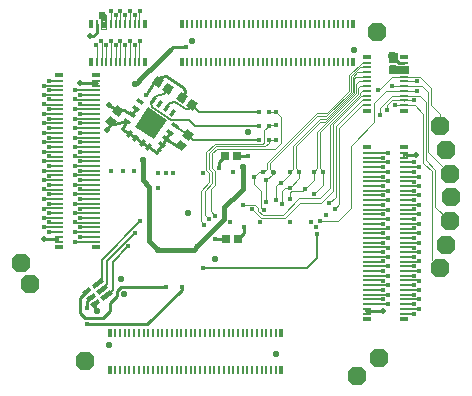
<source format=gtl>
G75*
%MOIN*%
%OFA0B0*%
%FSLAX24Y24*%
%IPPOS*%
%LPD*%
%AMOC8*
5,1,8,0,0,1.08239X$1,22.5*
%
%ADD10R,0.0270X0.0300*%
%ADD11OC8,0.0630*%
%ADD12R,0.0150X0.0300*%
%ADD13R,0.0150X0.0400*%
%ADD14R,0.0295X0.0091*%
%ADD15R,0.0295X0.0138*%
%ADD16R,0.0091X0.0295*%
%ADD17R,0.0138X0.0295*%
%ADD18R,0.0170X0.0170*%
%ADD19R,0.0768X0.0768*%
%ADD20R,0.0240X0.0120*%
%ADD21C,0.0220*%
%ADD22C,0.0160*%
%ADD23C,0.0100*%
%ADD24C,0.0200*%
%ADD25C,0.0300*%
%ADD26C,0.0040*%
%ADD27C,0.0030*%
%ADD28C,0.0160*%
%ADD29C,0.0020*%
%ADD30C,0.0060*%
D10*
X010960Y009770D03*
X011380Y009770D03*
X011340Y012530D03*
X010920Y012530D03*
G36*
X009901Y013252D02*
X009750Y013029D01*
X009503Y013196D01*
X009654Y013419D01*
X009901Y013252D01*
G37*
G36*
X009666Y012904D02*
X009515Y012681D01*
X009268Y012848D01*
X009419Y013071D01*
X009666Y012904D01*
G37*
G36*
X009866Y014031D02*
X009643Y014182D01*
X009810Y014429D01*
X010033Y014278D01*
X009866Y014031D01*
G37*
G36*
X009518Y014266D02*
X009295Y014417D01*
X009462Y014664D01*
X009685Y014513D01*
X009518Y014266D01*
G37*
G36*
X009070Y014568D02*
X008847Y014719D01*
X009014Y014966D01*
X009237Y014815D01*
X009070Y014568D01*
G37*
G36*
X008722Y014803D02*
X008499Y014954D01*
X008666Y015201D01*
X008889Y015050D01*
X008722Y014803D01*
G37*
G36*
X007168Y013996D02*
X007319Y014219D01*
X007566Y014052D01*
X007415Y013829D01*
X007168Y013996D01*
G37*
G36*
X006934Y013648D02*
X007085Y013871D01*
X007332Y013704D01*
X007181Y013481D01*
X006934Y013648D01*
G37*
D11*
X006260Y005680D03*
X004450Y008250D03*
X004150Y008960D03*
X015350Y005180D03*
X016070Y005790D03*
X018090Y008790D03*
X018290Y009570D03*
X018430Y010350D03*
X018470Y011150D03*
X018430Y011930D03*
X018310Y012710D03*
X018090Y013530D03*
X015990Y016650D03*
D12*
G36*
X006393Y007667D02*
X006307Y007790D01*
X006551Y007961D01*
X006637Y007838D01*
X006393Y007667D01*
G37*
G36*
X006536Y007462D02*
X006450Y007585D01*
X006694Y007756D01*
X006780Y007633D01*
X006536Y007462D01*
G37*
G36*
X006249Y007871D02*
X006163Y007994D01*
X006407Y008165D01*
X006493Y008042D01*
X006249Y007871D01*
G37*
D13*
G36*
X006577Y008100D02*
X006491Y008223D01*
X006817Y008452D01*
X006903Y008329D01*
X006577Y008100D01*
G37*
G36*
X006720Y007896D02*
X006634Y008019D01*
X006960Y008248D01*
X007046Y008125D01*
X006720Y007896D01*
G37*
G36*
X006864Y007691D02*
X006778Y007814D01*
X007104Y008043D01*
X007190Y007920D01*
X006864Y007691D01*
G37*
D14*
X006634Y009673D03*
X006634Y009830D03*
X006634Y009988D03*
X006634Y010145D03*
X006634Y010303D03*
X006634Y010460D03*
X006634Y010618D03*
X006634Y010775D03*
X006634Y010933D03*
X006634Y011090D03*
X006634Y011248D03*
X006634Y011405D03*
X006634Y011563D03*
X006634Y011720D03*
X006634Y011878D03*
X006634Y012035D03*
X006634Y012193D03*
X006634Y012350D03*
X006634Y012507D03*
X006634Y012665D03*
X006634Y012822D03*
X006634Y012980D03*
X006634Y013137D03*
X006634Y013295D03*
X006634Y013452D03*
X006634Y013610D03*
X006634Y013767D03*
X006634Y013925D03*
X006634Y014082D03*
X006634Y014240D03*
X006634Y014397D03*
X006634Y014555D03*
X006634Y014712D03*
X006634Y014870D03*
X006634Y015027D03*
X005386Y015027D03*
X005386Y014870D03*
X005386Y014712D03*
X005386Y014555D03*
X005386Y014397D03*
X005386Y014240D03*
X005386Y014082D03*
X005386Y013925D03*
X005386Y013767D03*
X005386Y013610D03*
X005386Y013452D03*
X005386Y013295D03*
X005386Y013137D03*
X005386Y012980D03*
X005386Y012822D03*
X005386Y012665D03*
X005386Y012507D03*
X005386Y012350D03*
X005386Y012193D03*
X005386Y012035D03*
X005386Y011878D03*
X005386Y011720D03*
X005386Y011563D03*
X005386Y011405D03*
X005386Y011248D03*
X005386Y011090D03*
X005386Y010933D03*
X005386Y010775D03*
X005386Y010618D03*
X005386Y010460D03*
X005386Y010303D03*
X005386Y010145D03*
X005386Y009988D03*
X005386Y009830D03*
X005386Y009673D03*
X015666Y009635D03*
X015666Y009478D03*
X015666Y009320D03*
X015666Y009163D03*
X015666Y009005D03*
X015666Y008848D03*
X015666Y008690D03*
X015666Y008533D03*
X015666Y008375D03*
X015666Y008218D03*
X015666Y008060D03*
X015666Y007903D03*
X015666Y007745D03*
X015666Y007588D03*
X015666Y007430D03*
X015666Y007273D03*
X016914Y007273D03*
X016914Y007430D03*
X016914Y007588D03*
X016914Y007745D03*
X016914Y007903D03*
X016914Y008060D03*
X016914Y008218D03*
X016914Y008375D03*
X016914Y008533D03*
X016914Y008690D03*
X016914Y008848D03*
X016914Y009005D03*
X016914Y009163D03*
X016914Y009320D03*
X016914Y009478D03*
X016914Y009635D03*
X016914Y009793D03*
X016914Y009950D03*
X016914Y010107D03*
X016914Y010265D03*
X016914Y010422D03*
X016914Y010580D03*
X016914Y010737D03*
X016914Y010895D03*
X016914Y011052D03*
X016914Y011210D03*
X016914Y011367D03*
X016914Y011525D03*
X016914Y011682D03*
X016914Y011840D03*
X016914Y011997D03*
X016914Y012155D03*
X016914Y012312D03*
X016914Y012470D03*
X016914Y012627D03*
X015666Y012627D03*
X015666Y012470D03*
X015666Y012312D03*
X015666Y012155D03*
X015666Y011997D03*
X015666Y011840D03*
X015666Y011682D03*
X015666Y011525D03*
X015666Y011367D03*
X015666Y011210D03*
X015666Y011052D03*
X015666Y010895D03*
X015666Y010737D03*
X015666Y010580D03*
X015666Y010422D03*
X015666Y010265D03*
X015666Y010107D03*
X015666Y009950D03*
X015666Y009793D03*
X015666Y014221D03*
X015666Y014379D03*
X015666Y014536D03*
X015666Y014694D03*
X015666Y014851D03*
X015666Y015009D03*
X015666Y015166D03*
X015666Y015324D03*
X015666Y015481D03*
X015666Y015639D03*
X016914Y015639D03*
X016914Y015481D03*
X016914Y015324D03*
X016914Y015166D03*
X016914Y015009D03*
X016914Y014851D03*
X016914Y014694D03*
X016914Y014536D03*
X016914Y014379D03*
X016914Y014221D03*
D15*
X016914Y014034D03*
X016914Y012814D03*
X015666Y012814D03*
X015666Y014034D03*
X015666Y015826D03*
X016914Y015826D03*
X016914Y007086D03*
X015666Y007086D03*
X006634Y009486D03*
X005386Y009486D03*
X005386Y015214D03*
X006634Y015214D03*
D16*
X006661Y015666D03*
X006819Y015666D03*
X006976Y015666D03*
X007134Y015666D03*
X007291Y015666D03*
X007449Y015666D03*
X007606Y015666D03*
X007764Y015666D03*
X007921Y015666D03*
X008079Y015666D03*
X008079Y016914D03*
X007921Y016914D03*
X007764Y016914D03*
X007606Y016914D03*
X007449Y016914D03*
X007291Y016914D03*
X007134Y016914D03*
X006976Y016914D03*
X006819Y016914D03*
X006661Y016914D03*
X009673Y016914D03*
X009830Y016914D03*
X009988Y016914D03*
X010145Y016914D03*
X010303Y016914D03*
X010460Y016914D03*
X010618Y016914D03*
X010775Y016914D03*
X010933Y016914D03*
X011090Y016914D03*
X011248Y016914D03*
X011405Y016914D03*
X011563Y016914D03*
X011720Y016914D03*
X011878Y016914D03*
X012035Y016914D03*
X012193Y016914D03*
X012350Y016914D03*
X012507Y016914D03*
X012665Y016914D03*
X012822Y016914D03*
X012980Y016914D03*
X013137Y016914D03*
X013295Y016914D03*
X013452Y016914D03*
X013610Y016914D03*
X013767Y016914D03*
X013925Y016914D03*
X014082Y016914D03*
X014240Y016914D03*
X014397Y016914D03*
X014555Y016914D03*
X014712Y016914D03*
X014870Y016914D03*
X015027Y016914D03*
X015027Y015666D03*
X014870Y015666D03*
X014712Y015666D03*
X014555Y015666D03*
X014397Y015666D03*
X014240Y015666D03*
X014082Y015666D03*
X013925Y015666D03*
X013767Y015666D03*
X013610Y015666D03*
X013452Y015666D03*
X013295Y015666D03*
X013137Y015666D03*
X012980Y015666D03*
X012822Y015666D03*
X012665Y015666D03*
X012507Y015666D03*
X012350Y015666D03*
X012193Y015666D03*
X012035Y015666D03*
X011878Y015666D03*
X011720Y015666D03*
X011563Y015666D03*
X011405Y015666D03*
X011248Y015666D03*
X011090Y015666D03*
X010933Y015666D03*
X010775Y015666D03*
X010618Y015666D03*
X010460Y015666D03*
X010303Y015666D03*
X010145Y015666D03*
X009988Y015666D03*
X009830Y015666D03*
X009673Y015666D03*
X009635Y006634D03*
X009478Y006634D03*
X009320Y006634D03*
X009163Y006634D03*
X009005Y006634D03*
X008848Y006634D03*
X008690Y006634D03*
X008533Y006634D03*
X008375Y006634D03*
X008218Y006634D03*
X008060Y006634D03*
X007903Y006634D03*
X007745Y006634D03*
X007588Y006634D03*
X007430Y006634D03*
X007273Y006634D03*
X007273Y005386D03*
X007430Y005386D03*
X007588Y005386D03*
X007745Y005386D03*
X007903Y005386D03*
X008060Y005386D03*
X008218Y005386D03*
X008375Y005386D03*
X008533Y005386D03*
X008690Y005386D03*
X008848Y005386D03*
X009005Y005386D03*
X009163Y005386D03*
X009320Y005386D03*
X009478Y005386D03*
X009635Y005386D03*
X009793Y005386D03*
X009950Y005386D03*
X010107Y005386D03*
X010265Y005386D03*
X010422Y005386D03*
X010580Y005386D03*
X010737Y005386D03*
X010895Y005386D03*
X011052Y005386D03*
X011210Y005386D03*
X011367Y005386D03*
X011525Y005386D03*
X011682Y005386D03*
X011840Y005386D03*
X011997Y005386D03*
X012155Y005386D03*
X012312Y005386D03*
X012470Y005386D03*
X012627Y005386D03*
X012627Y006634D03*
X012470Y006634D03*
X012312Y006634D03*
X012155Y006634D03*
X011997Y006634D03*
X011840Y006634D03*
X011682Y006634D03*
X011525Y006634D03*
X011367Y006634D03*
X011210Y006634D03*
X011052Y006634D03*
X010895Y006634D03*
X010737Y006634D03*
X010580Y006634D03*
X010422Y006634D03*
X010265Y006634D03*
X010107Y006634D03*
X009950Y006634D03*
X009793Y006634D03*
D17*
X007086Y006634D03*
X007086Y005386D03*
X012814Y005386D03*
X012814Y006634D03*
X015214Y015666D03*
X015214Y016914D03*
X009486Y016914D03*
X008266Y016914D03*
X008266Y015666D03*
X009486Y015666D03*
X006474Y015666D03*
X006474Y016914D03*
D18*
X012075Y013990D03*
X012385Y013990D03*
X012385Y013530D03*
X012075Y013530D03*
X012075Y013070D03*
X012385Y013070D03*
X012525Y011990D03*
X012215Y011990D03*
X013095Y011990D03*
X013405Y011990D03*
X013895Y011990D03*
X014205Y011990D03*
D19*
G36*
X009003Y013713D02*
X008573Y013077D01*
X007937Y013507D01*
X008367Y014143D01*
X009003Y013713D01*
G37*
D20*
G36*
X009323Y013413D02*
X009125Y013546D01*
X009193Y013645D01*
X009391Y013512D01*
X009323Y013413D01*
G37*
G36*
X009180Y013201D02*
X008982Y013334D01*
X009050Y013433D01*
X009248Y013300D01*
X009180Y013201D01*
G37*
G36*
X009037Y012989D02*
X008839Y013122D01*
X008907Y013221D01*
X009105Y013088D01*
X009037Y012989D01*
G37*
G36*
X008894Y012777D02*
X008696Y012910D01*
X008764Y013009D01*
X008962Y012876D01*
X008894Y012777D01*
G37*
G36*
X008273Y012757D02*
X008406Y012955D01*
X008505Y012887D01*
X008372Y012689D01*
X008273Y012757D01*
G37*
G36*
X008061Y012900D02*
X008194Y013098D01*
X008293Y013030D01*
X008160Y012832D01*
X008061Y012900D01*
G37*
G36*
X007849Y013043D02*
X007982Y013241D01*
X008081Y013173D01*
X007948Y012975D01*
X007849Y013043D01*
G37*
G36*
X007637Y013186D02*
X007770Y013384D01*
X007869Y013316D01*
X007736Y013118D01*
X007637Y013186D01*
G37*
G36*
X007617Y013807D02*
X007815Y013674D01*
X007747Y013575D01*
X007549Y013708D01*
X007617Y013807D01*
G37*
G36*
X007760Y014019D02*
X007958Y013886D01*
X007890Y013787D01*
X007692Y013920D01*
X007760Y014019D01*
G37*
G36*
X007903Y014231D02*
X008101Y014098D01*
X008033Y013999D01*
X007835Y014132D01*
X007903Y014231D01*
G37*
G36*
X008046Y014443D02*
X008244Y014310D01*
X008176Y014211D01*
X007978Y014344D01*
X008046Y014443D01*
G37*
G36*
X008667Y014463D02*
X008534Y014265D01*
X008435Y014333D01*
X008568Y014531D01*
X008667Y014463D01*
G37*
G36*
X008879Y014320D02*
X008746Y014122D01*
X008647Y014190D01*
X008780Y014388D01*
X008879Y014320D01*
G37*
G36*
X009091Y014177D02*
X008958Y013979D01*
X008859Y014047D01*
X008992Y014245D01*
X009091Y014177D01*
G37*
G36*
X009303Y014034D02*
X009170Y013836D01*
X009071Y013904D01*
X009204Y014102D01*
X009303Y014034D01*
G37*
D21*
X007950Y014910D03*
X009850Y016370D03*
X011710Y013310D03*
X011530Y012150D03*
X009710Y010630D03*
X008710Y009390D03*
X007470Y008430D03*
X007570Y007930D03*
X006670Y007350D03*
X007070Y006230D03*
X010590Y009090D03*
X012630Y005930D03*
X008190Y012390D03*
X015230Y016070D03*
D22*
X016510Y014850D03*
X016050Y014710D03*
X016350Y014050D03*
X016090Y013890D03*
X016610Y014210D03*
X017250Y014379D03*
X017330Y014694D03*
X017330Y015010D03*
X016370Y012630D03*
X016210Y012470D03*
X016370Y012310D03*
X016210Y012150D03*
X016370Y011990D03*
X016210Y011830D03*
X016370Y011690D03*
X016210Y011530D03*
X016370Y011370D03*
X016210Y011210D03*
X016370Y011050D03*
X016210Y010890D03*
X016370Y010730D03*
X016210Y010590D03*
X016370Y010410D03*
X016210Y010270D03*
X016370Y010110D03*
X016210Y009950D03*
X016370Y009790D03*
X016210Y009630D03*
X016370Y009470D03*
X016210Y009310D03*
X016370Y009170D03*
X016210Y009010D03*
X016370Y008850D03*
X016210Y008690D03*
X016370Y008530D03*
X016210Y008370D03*
X016370Y008210D03*
X016210Y008050D03*
X016370Y007890D03*
X016210Y007750D03*
X016370Y007590D03*
X017230Y007590D03*
X017410Y007430D03*
X017230Y007270D03*
X017410Y007750D03*
X017230Y007890D03*
X017410Y008050D03*
X017230Y008210D03*
X017410Y008370D03*
X017230Y008530D03*
X017410Y008690D03*
X017230Y008850D03*
X017410Y009010D03*
X017230Y009170D03*
X017410Y009310D03*
X017230Y009470D03*
X017410Y009630D03*
X017230Y009790D03*
X017410Y009950D03*
X017230Y010110D03*
X017410Y010270D03*
X017230Y010430D03*
X017410Y010590D03*
X017230Y010750D03*
X017410Y010890D03*
X017230Y011050D03*
X017410Y011210D03*
X017230Y011370D03*
X017410Y011530D03*
X017230Y011670D03*
X017410Y011830D03*
X017230Y011990D03*
X017410Y012150D03*
X017230Y012310D03*
X014590Y010770D03*
X014410Y010950D03*
X014310Y010570D03*
X014090Y010370D03*
X013970Y010170D03*
X013810Y010330D03*
X013990Y009910D03*
X013090Y010310D03*
X012850Y010930D03*
X012630Y011070D03*
X012310Y010990D03*
X012230Y010710D03*
X011850Y010750D03*
X011550Y010900D03*
X011110Y010310D03*
X011570Y010170D03*
X012110Y010310D03*
X013090Y011090D03*
X013090Y011470D03*
X012790Y011610D03*
X012310Y011710D03*
X011910Y011830D03*
X011690Y012530D03*
X011190Y011990D03*
X010730Y012130D03*
X010190Y011970D03*
X009210Y011970D03*
X008970Y011970D03*
X008710Y011970D03*
X008710Y011450D03*
X007910Y012030D03*
X007530Y012030D03*
X007150Y012030D03*
X006090Y012030D03*
X005930Y011890D03*
X006090Y011710D03*
X005930Y011570D03*
X006090Y011410D03*
X005930Y011250D03*
X006090Y011090D03*
X005930Y010930D03*
X006090Y010770D03*
X005930Y010610D03*
X006090Y010470D03*
X005930Y010310D03*
X006090Y010150D03*
X005930Y009990D03*
X006090Y009830D03*
X005930Y009670D03*
X005070Y009990D03*
X004890Y010150D03*
X005070Y010310D03*
X004890Y010470D03*
X005070Y010630D03*
X004890Y010770D03*
X005070Y010930D03*
X004890Y011090D03*
X005070Y011250D03*
X004890Y011410D03*
X005070Y011550D03*
X004890Y011710D03*
X005070Y011870D03*
X004890Y012030D03*
X005070Y012190D03*
X004890Y012350D03*
X005070Y012510D03*
X004890Y012670D03*
X005070Y012830D03*
X004890Y012990D03*
X005070Y013130D03*
X004890Y013290D03*
X005070Y013450D03*
X004890Y013610D03*
X005070Y013770D03*
X004890Y013930D03*
X005070Y014090D03*
X004890Y014250D03*
X005070Y014410D03*
X004890Y014550D03*
X005070Y014710D03*
X004890Y014870D03*
X005070Y015030D03*
X005930Y014710D03*
X006090Y014550D03*
X005930Y014410D03*
X006090Y014250D03*
X005930Y014090D03*
X006090Y013930D03*
X005930Y013770D03*
X006090Y013610D03*
X005930Y013450D03*
X006090Y013290D03*
X005930Y013130D03*
X006090Y012990D03*
X005930Y012830D03*
X006090Y012670D03*
X005930Y012510D03*
X006090Y012350D03*
X005930Y012190D03*
X008110Y010350D03*
X007950Y009970D03*
X007710Y009510D03*
X008970Y008150D03*
X009485Y008165D03*
X010190Y008790D03*
X010010Y009510D03*
X010610Y009770D03*
X010250Y010230D03*
X010410Y010410D03*
X010610Y010530D03*
X012630Y013070D03*
X012650Y013550D03*
X012650Y013990D03*
X013590Y011410D03*
X013890Y011270D03*
X009630Y016170D03*
X008090Y016350D03*
X007930Y016210D03*
X007770Y016350D03*
X007610Y016210D03*
X007450Y016350D03*
X007290Y016210D03*
X007130Y016350D03*
X006970Y016210D03*
X006810Y016350D03*
X006650Y016210D03*
X007290Y017210D03*
X007130Y017350D03*
X007450Y017350D03*
X007610Y017210D03*
X007770Y017350D03*
X007930Y017210D03*
X008090Y017350D03*
X008284Y014555D03*
X006350Y007450D03*
X006350Y006910D03*
D23*
X008350Y006910D01*
X009485Y008045D01*
X009485Y008165D01*
X008970Y008150D02*
X007471Y008150D01*
X007330Y008009D01*
X007330Y007870D01*
X007090Y007630D01*
X007090Y007350D01*
X006870Y007130D01*
X006262Y007130D01*
X006090Y007302D01*
X006090Y007780D01*
X006328Y008018D01*
X006472Y007814D02*
X006350Y007692D01*
X006350Y007450D01*
X006615Y007405D02*
X006670Y007350D01*
X006615Y007405D02*
X006615Y007609D01*
X005333Y009770D02*
X004890Y009770D01*
X007753Y013251D02*
X007965Y013108D01*
X008177Y012965D01*
X008389Y012822D01*
X008659Y012640D01*
X008713Y012721D01*
X008755Y012729D01*
X008713Y012721D02*
X008829Y012893D01*
X008972Y013105D01*
X009347Y012852D01*
X009467Y012876D01*
X008972Y013105D02*
X009115Y013317D01*
X009490Y014465D02*
X009487Y014479D01*
X009605Y014653D01*
X009578Y014792D01*
X008981Y015194D01*
X008800Y015159D01*
X008694Y015002D01*
X008569Y014978D01*
X008284Y014555D01*
X007968Y014115D02*
X007825Y013903D01*
X007583Y014066D01*
X007367Y014024D01*
X007059Y014232D01*
X007083Y014208D01*
X007133Y013676D02*
X007143Y013622D01*
X006987Y013391D01*
X007133Y013676D02*
X007238Y013605D01*
X007682Y013691D01*
X007500Y013421D01*
X007753Y013251D01*
X006673Y014950D02*
X006090Y014950D01*
X006430Y016510D02*
X006549Y016510D01*
X006661Y016622D01*
X006661Y016914D01*
X009090Y016050D02*
X009210Y016170D01*
X009630Y016170D01*
X010920Y012530D02*
X010730Y012340D01*
X010730Y012130D01*
X011340Y012530D02*
X011690Y012530D01*
X011570Y010170D02*
X011570Y009960D01*
X011380Y009770D01*
X010960Y009770D02*
X010610Y009770D01*
X015627Y007350D02*
X016210Y007350D01*
X016953Y012550D02*
X017290Y012550D01*
X016914Y015639D02*
X016721Y015639D01*
X016510Y015850D01*
D24*
X017290Y012550D03*
X016210Y007350D03*
X006987Y013391D03*
X007083Y014208D03*
X006090Y014950D03*
X006430Y016510D03*
X006850Y017230D03*
X004890Y009770D03*
D25*
X016530Y015410D03*
X016510Y015850D03*
D26*
X016390Y015847D02*
X016670Y015847D01*
X016670Y015809D02*
X016390Y015809D01*
X016390Y015770D02*
X016670Y015770D01*
X016670Y015732D02*
X016390Y015732D01*
X016390Y015693D02*
X016670Y015693D01*
X016670Y015655D02*
X016390Y015655D01*
X016390Y015650D02*
X016670Y015650D01*
X016670Y015970D01*
X016390Y015970D01*
X016390Y015650D01*
X016410Y015510D02*
X017050Y015510D01*
X017050Y015290D01*
X016410Y015290D01*
X016410Y015510D01*
X016410Y015501D02*
X017050Y015501D01*
X017050Y015462D02*
X016410Y015462D01*
X016410Y015424D02*
X017050Y015424D01*
X017050Y015385D02*
X016410Y015385D01*
X016410Y015347D02*
X017050Y015347D01*
X017050Y015308D02*
X016410Y015308D01*
X016506Y015166D02*
X016130Y014790D01*
X016050Y014710D01*
X016314Y014694D02*
X015910Y014290D01*
X015910Y013650D01*
X015130Y012870D01*
X015130Y010790D01*
X014710Y010370D01*
X014090Y010370D01*
X013905Y011270D02*
X014205Y011570D01*
X014205Y011990D01*
X013895Y011990D02*
X013895Y011715D01*
X013590Y011410D01*
X013530Y011350D01*
X013150Y011350D01*
X013090Y011290D01*
X013090Y011090D01*
X012850Y010930D02*
X012850Y011370D01*
X012950Y011470D01*
X013090Y011470D01*
X013405Y011785D01*
X013405Y011990D01*
X013095Y011990D02*
X013095Y011915D01*
X012790Y011610D01*
X012730Y011610D01*
X012630Y011510D01*
X012630Y011070D01*
X012310Y010990D02*
X012310Y011710D01*
X012530Y011930D01*
X012530Y011985D01*
X012130Y011990D02*
X012070Y011990D01*
X011910Y011830D01*
X011910Y011590D01*
X012150Y011350D01*
X012150Y010790D01*
X012230Y010710D01*
X010610Y010530D02*
X010470Y010690D01*
X010470Y011430D01*
X010610Y011570D01*
X010610Y012010D01*
X010510Y012110D01*
X010510Y012610D01*
X010670Y012770D01*
X012610Y012770D01*
X012810Y012970D01*
X012810Y013830D01*
X012650Y013990D01*
X012385Y013990D01*
X012385Y013990D01*
X012425Y013570D02*
X012385Y013530D01*
X012405Y013550D01*
X012650Y013550D01*
X012385Y013530D02*
X012230Y013375D01*
X012230Y012975D01*
X012185Y012930D01*
X010590Y012930D01*
X010310Y012650D01*
X010310Y012070D01*
X010410Y011970D01*
X010410Y011650D01*
X010130Y011370D01*
X010130Y010350D01*
X010250Y010230D01*
X010410Y010410D02*
X010270Y010550D01*
X010270Y011370D01*
X010510Y011610D01*
X010510Y011990D01*
X010410Y012090D01*
X010410Y012630D01*
X010630Y012850D01*
X012263Y012850D01*
X012385Y012972D01*
X012385Y013070D01*
X012385Y013070D01*
X012630Y013070D01*
X013890Y011270D02*
X013905Y011270D01*
X016090Y013890D02*
X016090Y014139D01*
X016488Y014536D01*
X016914Y014536D01*
X017430Y014536D01*
X017630Y014336D01*
X017630Y012390D01*
X017950Y012070D01*
X017950Y010830D01*
X018430Y010350D01*
X017830Y009050D02*
X018090Y008790D01*
X017830Y009050D02*
X017830Y012010D01*
X017550Y012290D01*
X017550Y013930D01*
X017259Y014221D01*
X016914Y014221D01*
X016903Y014210D01*
X016610Y014210D01*
X016512Y014379D02*
X016914Y014379D01*
X016905Y014370D01*
X016914Y014379D02*
X017250Y014379D01*
X017330Y014694D02*
X016914Y014694D01*
X016674Y014694D01*
X016314Y014694D01*
X016510Y014850D02*
X016913Y014850D01*
X016914Y014851D01*
X017510Y014851D01*
X017710Y014651D01*
X017710Y012650D01*
X018430Y011930D01*
X018090Y013530D02*
X018090Y013910D01*
X017790Y014210D01*
X017790Y014794D01*
X017418Y015166D01*
X016914Y015166D01*
X016506Y015166D01*
X016914Y015009D02*
X017329Y015009D01*
X017330Y015010D01*
X016512Y014379D02*
X016350Y014217D01*
X016350Y014050D01*
X016390Y015886D02*
X016670Y015886D01*
X016670Y015924D02*
X016390Y015924D01*
X016390Y015963D02*
X016670Y015963D01*
X008090Y016350D02*
X008079Y016339D01*
X008079Y015666D01*
X007921Y015666D02*
X007921Y016201D01*
X007930Y016210D01*
X007770Y016350D02*
X007764Y016344D01*
X007764Y015666D01*
X007606Y015666D02*
X007606Y016206D01*
X007610Y016210D01*
X007449Y016349D02*
X007450Y016350D01*
X007449Y016349D02*
X007449Y015666D01*
X007291Y015666D02*
X007291Y016209D01*
X007290Y016210D01*
X007134Y016346D02*
X007130Y016350D01*
X007134Y016346D02*
X007134Y015666D01*
X006976Y015666D02*
X006976Y016204D01*
X006970Y016210D01*
X006819Y016341D02*
X006810Y016350D01*
X006819Y016341D02*
X006819Y015666D01*
X006661Y015666D02*
X006661Y016199D01*
X006650Y016210D01*
X006810Y016770D02*
X006970Y016770D01*
X006970Y017230D01*
X006870Y017330D01*
X006750Y017330D01*
X006750Y017130D01*
X006810Y017130D01*
X006810Y016770D01*
X006810Y016771D02*
X006970Y016771D01*
X006970Y016810D02*
X006810Y016810D01*
X006810Y016848D02*
X006970Y016848D01*
X006970Y016887D02*
X006810Y016887D01*
X006810Y016925D02*
X006970Y016925D01*
X006970Y016964D02*
X006810Y016964D01*
X006810Y017002D02*
X006970Y017002D01*
X006970Y017041D02*
X006810Y017041D01*
X006810Y017079D02*
X006970Y017079D01*
X006970Y017118D02*
X006810Y017118D01*
X006750Y017156D02*
X006970Y017156D01*
X006970Y017195D02*
X006750Y017195D01*
X006750Y017233D02*
X006967Y017233D01*
X006928Y017272D02*
X006750Y017272D01*
X006750Y017310D02*
X006890Y017310D01*
X007130Y017350D02*
X007134Y017350D01*
X007134Y016914D01*
X007290Y016914D02*
X007291Y016914D01*
X007290Y016914D02*
X007290Y017210D01*
X007449Y017350D02*
X007450Y017350D01*
X007449Y017350D02*
X007449Y016914D01*
X007606Y016914D02*
X007606Y017210D01*
X007610Y017210D01*
X007764Y017350D02*
X007770Y017350D01*
X007764Y017350D02*
X007764Y016914D01*
X007921Y016914D02*
X007921Y017210D01*
X007930Y017210D01*
X008079Y017350D02*
X008090Y017350D01*
X008079Y017350D02*
X008079Y016914D01*
D27*
X012330Y012290D02*
X012330Y012105D01*
X012215Y011990D01*
X012130Y011990D01*
X012430Y012105D02*
X012525Y012010D01*
X012525Y011990D01*
X012530Y011990D01*
X012430Y012105D02*
X012430Y012290D01*
X013990Y013850D01*
X014030Y013850D01*
X014310Y013850D01*
X015130Y014670D01*
X015130Y015190D01*
X015421Y015481D01*
X015666Y015481D01*
X015666Y015324D02*
X015344Y015324D01*
X015190Y015170D01*
X015190Y014650D01*
X014290Y013750D01*
X014090Y013750D01*
X013210Y012870D01*
X013210Y012105D01*
X013095Y011990D01*
X013290Y012110D02*
X013405Y011995D01*
X013405Y011990D01*
X013290Y012110D02*
X013290Y012854D01*
X014086Y013650D01*
X014270Y013650D01*
X015250Y014630D01*
X015250Y015110D01*
X015306Y015166D01*
X015666Y015166D01*
X015666Y015009D02*
X015389Y015009D01*
X015310Y014930D01*
X015310Y014610D01*
X014010Y013310D01*
X014010Y012110D01*
X013895Y011995D01*
X013895Y011990D01*
X014110Y012110D02*
X014205Y012015D01*
X014205Y011990D01*
X014110Y012110D02*
X014110Y013330D01*
X015370Y014590D01*
X015370Y014790D01*
X015431Y014851D01*
X015666Y014851D01*
X015666Y014694D02*
X015494Y014694D01*
X015430Y014630D01*
X015430Y014570D01*
X014430Y013570D01*
X014430Y011443D01*
X014097Y011110D01*
X013415Y011110D01*
X012855Y010550D01*
X012200Y010550D01*
X012050Y010700D01*
X012050Y010800D01*
X011950Y010900D01*
X011550Y010900D01*
X011850Y010750D02*
X012150Y010450D01*
X012950Y010450D01*
X013450Y010950D01*
X014130Y010950D01*
X014530Y011350D01*
X014530Y013590D01*
X015476Y014536D01*
X015666Y014536D01*
X015666Y014379D02*
X015499Y014379D01*
X014630Y013510D01*
X014630Y011170D01*
X014410Y010950D01*
X014590Y010770D02*
X014730Y010910D01*
X014730Y011310D01*
X014730Y013450D01*
X015501Y014221D01*
X015666Y014221D01*
X015070Y014690D02*
X014330Y013950D01*
X013990Y013950D01*
X012330Y012290D01*
X015070Y014690D02*
X015070Y015210D01*
X015499Y015639D01*
X015666Y015639D01*
D28*
X012525Y011990D02*
X012525Y011985D01*
X012530Y011985D01*
X011530Y012150D02*
X011530Y011430D01*
X011430Y011330D01*
X010910Y010810D01*
X010910Y010410D01*
X010010Y009510D01*
X009890Y009390D01*
X008710Y009390D01*
X008410Y009690D01*
X008410Y010170D01*
X008410Y011490D01*
X008190Y011710D01*
X008190Y012390D01*
X007950Y014910D02*
X007990Y014950D01*
X008150Y015110D01*
X008710Y015670D01*
X009090Y016050D01*
X009090Y016050D01*
D29*
X007921Y015666D02*
X007930Y015627D01*
X007770Y015627D02*
X007764Y015666D01*
X007610Y015627D02*
X007606Y015666D01*
X007449Y015666D02*
X007450Y015627D01*
X007290Y015627D02*
X007291Y015666D01*
X007134Y015666D02*
X007130Y015627D01*
X006976Y015666D02*
X006970Y015627D01*
X006661Y015666D02*
X006650Y015627D01*
X013090Y011985D02*
X013095Y011990D01*
X013330Y012015D02*
X013405Y011990D01*
X013390Y011975D01*
X013890Y011985D02*
X013895Y011990D01*
X014205Y011990D02*
X014210Y011985D01*
D30*
X015666Y011997D02*
X016370Y011997D01*
X016370Y011990D01*
X016210Y011840D02*
X015666Y011840D01*
X015666Y011682D02*
X016370Y011682D01*
X016370Y011690D01*
X016210Y011830D02*
X016210Y011840D01*
X016210Y012150D02*
X016210Y012155D01*
X015666Y012155D01*
X015666Y012312D02*
X016370Y012312D01*
X016370Y012310D01*
X016210Y012470D02*
X016210Y012470D01*
X015666Y012470D01*
X015666Y012627D02*
X016370Y012627D01*
X016370Y012630D01*
X016914Y012627D02*
X016914Y012470D01*
X016953Y012550D02*
X016914Y012627D01*
X016914Y012312D02*
X017230Y012312D01*
X017230Y012310D01*
X017410Y012155D02*
X017410Y012150D01*
X017410Y012155D02*
X016914Y012155D01*
X016914Y011997D02*
X017230Y011997D01*
X017230Y011990D01*
X017410Y011840D02*
X017410Y011830D01*
X017410Y011840D02*
X016914Y011840D01*
X016914Y011682D02*
X017230Y011682D01*
X017230Y011670D01*
X017410Y011530D02*
X017410Y011525D01*
X016914Y011525D01*
X016914Y011367D02*
X017230Y011367D01*
X017230Y011370D01*
X017410Y011210D02*
X017410Y011210D01*
X016914Y011210D01*
X016914Y011052D02*
X017230Y011052D01*
X017230Y011050D01*
X017410Y010895D02*
X017410Y010890D01*
X017410Y010895D02*
X016914Y010895D01*
X016914Y010737D02*
X017230Y010737D01*
X017230Y010750D01*
X017410Y010590D02*
X017410Y010580D01*
X016914Y010580D01*
X016914Y010422D02*
X017230Y010422D01*
X017230Y010430D01*
X017410Y010270D02*
X017410Y010265D01*
X016914Y010265D01*
X016914Y010107D02*
X017230Y010107D01*
X017230Y010110D01*
X017410Y009950D02*
X016914Y009950D01*
X016914Y009793D02*
X017230Y009793D01*
X017230Y009790D01*
X017410Y009635D02*
X017410Y009630D01*
X017410Y009635D02*
X016914Y009635D01*
X016914Y009478D02*
X017230Y009478D01*
X017230Y009470D01*
X017410Y009320D02*
X017410Y009310D01*
X017410Y009320D02*
X016914Y009320D01*
X016914Y009163D02*
X017230Y009163D01*
X017230Y009170D01*
X017410Y009010D02*
X017410Y009005D01*
X016914Y009005D01*
X016914Y008848D02*
X017230Y008848D01*
X017230Y008850D01*
X017410Y008690D02*
X017410Y008690D01*
X016914Y008690D01*
X016914Y008533D02*
X017230Y008533D01*
X017230Y008530D01*
X017410Y008375D02*
X017410Y008370D01*
X017410Y008375D02*
X016914Y008375D01*
X016914Y008218D02*
X017230Y008218D01*
X017230Y008210D01*
X017410Y008060D02*
X017410Y008050D01*
X017410Y008060D02*
X016914Y008060D01*
X016914Y007903D02*
X017230Y007903D01*
X017230Y007890D01*
X017410Y007750D02*
X017410Y007745D01*
X016914Y007745D01*
X016914Y007588D02*
X017230Y007588D01*
X017230Y007590D01*
X017410Y007430D02*
X016914Y007430D01*
X016914Y007273D02*
X017230Y007273D01*
X017230Y007270D01*
X017410Y007430D02*
X017410Y007430D01*
X016370Y007588D02*
X015666Y007588D01*
X015666Y007745D02*
X016210Y007745D01*
X016210Y007750D01*
X016370Y007890D02*
X016370Y007903D01*
X015666Y007903D01*
X015666Y008060D02*
X016210Y008060D01*
X016210Y008050D01*
X016370Y008210D02*
X016370Y008218D01*
X015666Y008218D01*
X015666Y008375D02*
X016210Y008375D01*
X016210Y008370D01*
X016370Y008530D02*
X016370Y008533D01*
X015666Y008533D01*
X015666Y008690D02*
X016210Y008690D01*
X016210Y008690D01*
X016370Y008848D02*
X015666Y008848D01*
X015666Y009005D02*
X016210Y009005D01*
X016210Y009010D01*
X016370Y009163D02*
X015666Y009163D01*
X015666Y009320D02*
X016210Y009320D01*
X016210Y009310D01*
X016370Y009170D02*
X016370Y009163D01*
X016370Y009470D02*
X016370Y009478D01*
X015666Y009478D01*
X015666Y009635D02*
X016210Y009635D01*
X016210Y009630D01*
X016370Y009790D02*
X016370Y009793D01*
X015666Y009793D01*
X015666Y009950D02*
X016210Y009950D01*
X016370Y010107D02*
X015666Y010107D01*
X015666Y010265D02*
X016210Y010265D01*
X016210Y010270D01*
X016370Y010410D02*
X016370Y010422D01*
X015666Y010422D01*
X015666Y010580D02*
X016210Y010580D01*
X016210Y010590D01*
X016370Y010730D02*
X016370Y010737D01*
X015666Y010737D01*
X015666Y010895D02*
X016210Y010895D01*
X016210Y010890D01*
X016370Y011050D02*
X016370Y011052D01*
X015666Y011052D01*
X015666Y011210D02*
X016210Y011210D01*
X016210Y011210D01*
X016370Y011367D02*
X015666Y011367D01*
X015666Y011525D02*
X016210Y011525D01*
X016210Y011530D01*
X016370Y011370D02*
X016370Y011367D01*
X016370Y010110D02*
X016370Y010107D01*
X016370Y008850D02*
X016370Y008848D01*
X016370Y007590D02*
X016370Y007588D01*
X015666Y007430D02*
X015627Y007350D01*
X015666Y007273D02*
X015666Y007430D01*
X013990Y009110D02*
X013670Y008790D01*
X010190Y008790D01*
X008110Y010350D02*
X006830Y009070D01*
X006830Y008409D01*
X006828Y008388D01*
X006823Y008368D01*
X006816Y008349D01*
X006805Y008331D01*
X006791Y008315D01*
X006775Y008301D01*
X006757Y008290D01*
X006738Y008283D01*
X006718Y008278D01*
X006697Y008276D01*
X006840Y008072D02*
X007010Y008241D01*
X007010Y009030D01*
X007950Y009970D01*
X007710Y009510D02*
X007190Y008990D01*
X007190Y008073D01*
X006984Y007867D01*
X006634Y009673D02*
X005930Y009673D01*
X005930Y009670D01*
X006090Y009830D02*
X006090Y009830D01*
X006634Y009830D01*
X006634Y009988D02*
X005930Y009988D01*
X005930Y009990D01*
X006090Y010145D02*
X006090Y010150D01*
X006090Y010145D02*
X006634Y010145D01*
X006634Y010303D02*
X005930Y010303D01*
X005930Y010310D01*
X006090Y010460D02*
X006090Y010470D01*
X006090Y010460D02*
X006634Y010460D01*
X006634Y010618D02*
X005930Y010618D01*
X005930Y010610D01*
X006090Y010770D02*
X006090Y010775D01*
X006634Y010775D01*
X006634Y010933D02*
X005930Y010933D01*
X005930Y010930D01*
X006090Y011090D02*
X006410Y011090D01*
X006634Y011090D01*
X006634Y011248D02*
X005930Y011248D01*
X005930Y011250D01*
X006090Y011405D02*
X006090Y011410D01*
X006090Y011405D02*
X006634Y011405D01*
X006634Y011563D02*
X005930Y011563D01*
X005930Y011570D01*
X006090Y011710D02*
X006090Y011720D01*
X006634Y011720D01*
X006634Y011878D02*
X005930Y011878D01*
X005930Y011890D01*
X006090Y012030D02*
X006090Y012035D01*
X006634Y012035D01*
X006634Y012193D02*
X005930Y012193D01*
X005930Y012190D01*
X006090Y012350D02*
X006634Y012350D01*
X006634Y012507D02*
X005930Y012507D01*
X005930Y012510D01*
X006090Y012665D02*
X006090Y012670D01*
X006090Y012665D02*
X006634Y012665D01*
X006634Y012822D02*
X005930Y012822D01*
X005930Y012830D01*
X006090Y012980D02*
X006090Y012990D01*
X006090Y012980D02*
X006634Y012980D01*
X006634Y013137D02*
X005930Y013137D01*
X005930Y013130D01*
X006090Y013290D02*
X006090Y013295D01*
X006634Y013295D01*
X006634Y013452D02*
X005930Y013452D01*
X005930Y013450D01*
X006090Y013610D02*
X006090Y013610D01*
X006634Y013610D01*
X006634Y013767D02*
X005930Y013767D01*
X005930Y013770D01*
X006090Y013925D02*
X006090Y013930D01*
X006090Y013925D02*
X006634Y013925D01*
X006634Y014082D02*
X005930Y014082D01*
X005930Y014090D01*
X006090Y014240D02*
X006090Y014250D01*
X006090Y014240D02*
X006634Y014240D01*
X006634Y014397D02*
X005930Y014397D01*
X005930Y014410D01*
X006090Y014550D02*
X006090Y014555D01*
X006634Y014555D01*
X006634Y014712D02*
X005930Y014712D01*
X005930Y014710D01*
X005386Y014712D02*
X005347Y014710D01*
X005070Y014710D01*
X004910Y014555D02*
X004890Y014550D01*
X004910Y014555D02*
X005386Y014555D01*
X005386Y014397D02*
X005070Y014397D01*
X005070Y014410D01*
X004890Y014250D02*
X004890Y014240D01*
X005386Y014240D01*
X005386Y014082D02*
X005070Y014082D01*
X005070Y014090D01*
X004890Y013930D02*
X004890Y013925D01*
X005386Y013925D01*
X005386Y013767D02*
X005070Y013767D01*
X005070Y013770D01*
X004890Y013610D02*
X004890Y013610D01*
X005386Y013610D01*
X005386Y013452D02*
X005070Y013452D01*
X005070Y013450D01*
X004890Y013295D02*
X004890Y013290D01*
X004890Y013295D02*
X005386Y013295D01*
X005386Y013137D02*
X005070Y013137D01*
X005070Y013130D01*
X004890Y012990D02*
X004890Y012980D01*
X005386Y012980D01*
X005386Y012822D02*
X005070Y012822D01*
X005070Y012830D01*
X004890Y012670D02*
X004890Y012665D01*
X005386Y012665D01*
X005386Y012507D02*
X005070Y012507D01*
X005070Y012510D01*
X004890Y012350D02*
X005386Y012350D01*
X005386Y012193D02*
X005070Y012193D01*
X005070Y012190D01*
X004890Y012035D02*
X004890Y012030D01*
X004890Y012035D02*
X005386Y012035D01*
X005386Y011878D02*
X005070Y011878D01*
X005070Y011870D01*
X004890Y011720D02*
X004890Y011710D01*
X004890Y011720D02*
X005386Y011720D01*
X005386Y011563D02*
X005070Y011563D01*
X005070Y011550D01*
X004890Y011410D02*
X004890Y011405D01*
X005386Y011405D01*
X005386Y011248D02*
X005070Y011248D01*
X005070Y011250D01*
X004890Y011090D02*
X004890Y011090D01*
X005386Y011090D01*
X005386Y010933D02*
X005070Y010933D01*
X005070Y010930D01*
X004890Y010775D02*
X004890Y010770D01*
X004890Y010775D02*
X005386Y010775D01*
X005386Y010618D02*
X005070Y010618D01*
X005070Y010630D01*
X004890Y010470D02*
X004890Y010460D01*
X005386Y010460D01*
X005386Y010303D02*
X005070Y010303D01*
X005070Y010310D01*
X004890Y010150D02*
X004890Y010145D01*
X005386Y010145D01*
X005386Y009988D02*
X005070Y009988D01*
X005070Y009990D01*
X005333Y009770D02*
X005347Y009770D01*
X005386Y009673D01*
X005347Y009770D02*
X005386Y009830D01*
X008505Y014164D02*
X009134Y013740D01*
X009740Y013740D01*
X009950Y013530D01*
X012075Y013530D01*
X012075Y013070D02*
X009856Y013070D01*
X009702Y013224D01*
X009260Y013523D01*
X009258Y013529D01*
X008975Y014112D02*
X009087Y014279D01*
X009281Y014316D01*
X009625Y014084D01*
X009743Y014107D01*
X009824Y014227D01*
X009838Y014230D01*
X010078Y013990D01*
X012075Y013990D01*
X012385Y013990D02*
X012390Y013990D01*
X009042Y014767D02*
X009028Y014764D01*
X008911Y014590D01*
X008645Y014539D01*
X008551Y014398D01*
X008480Y014294D01*
X008505Y014164D01*
X006673Y014950D02*
X006634Y014870D01*
X006634Y015027D01*
X005386Y015027D02*
X005070Y015027D01*
X005070Y015030D01*
X004890Y014870D02*
X004890Y014870D01*
X005386Y014870D01*
X013990Y009910D02*
X013990Y009110D01*
M02*

</source>
